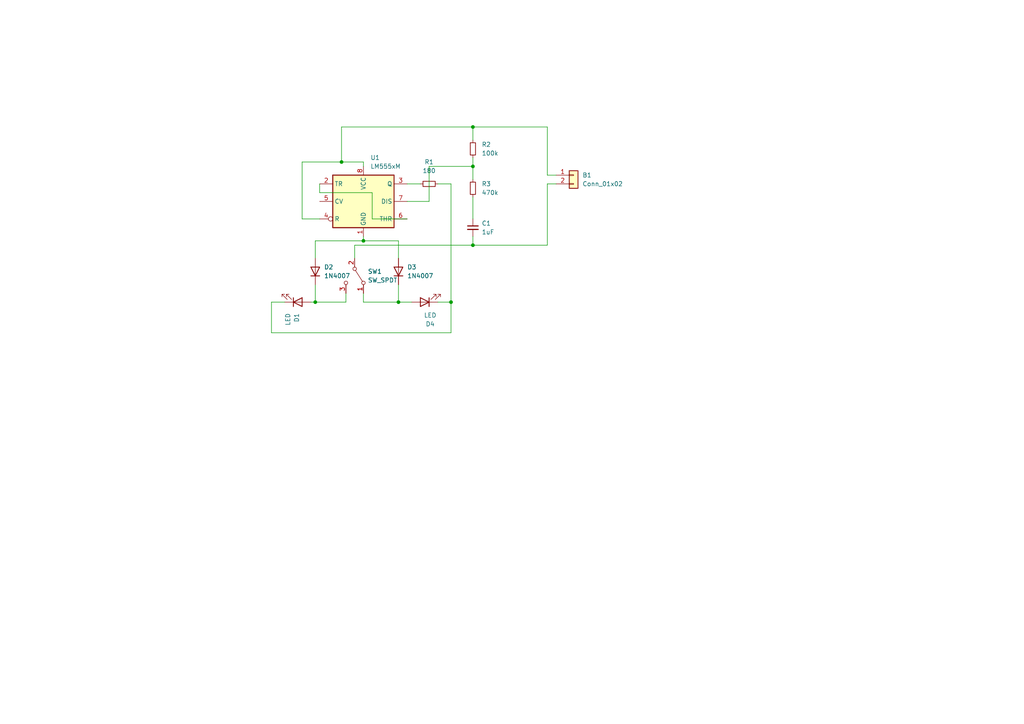
<source format=kicad_sch>
(kicad_sch (version 20211123) (generator eeschema)

  (uuid 9538e4ed-27e6-4c37-b989-9859dc0d49e8)

  (paper "A4")

  (lib_symbols
    (symbol "Connector_Generic:Conn_01x02" (pin_names (offset 1.016) hide) (in_bom yes) (on_board yes)
      (property "Reference" "J" (id 0) (at 0 2.54 0)
        (effects (font (size 1.27 1.27)))
      )
      (property "Value" "Conn_01x02" (id 1) (at 0 -5.08 0)
        (effects (font (size 1.27 1.27)))
      )
      (property "Footprint" "" (id 2) (at 0 0 0)
        (effects (font (size 1.27 1.27)) hide)
      )
      (property "Datasheet" "~" (id 3) (at 0 0 0)
        (effects (font (size 1.27 1.27)) hide)
      )
      (property "ki_keywords" "connector" (id 4) (at 0 0 0)
        (effects (font (size 1.27 1.27)) hide)
      )
      (property "ki_description" "Generic connector, single row, 01x02, script generated (kicad-library-utils/schlib/autogen/connector/)" (id 5) (at 0 0 0)
        (effects (font (size 1.27 1.27)) hide)
      )
      (property "ki_fp_filters" "Connector*:*_1x??_*" (id 6) (at 0 0 0)
        (effects (font (size 1.27 1.27)) hide)
      )
      (symbol "Conn_01x02_1_1"
        (rectangle (start -1.27 -2.413) (end 0 -2.667)
          (stroke (width 0.1524) (type default) (color 0 0 0 0))
          (fill (type none))
        )
        (rectangle (start -1.27 0.127) (end 0 -0.127)
          (stroke (width 0.1524) (type default) (color 0 0 0 0))
          (fill (type none))
        )
        (rectangle (start -1.27 1.27) (end 1.27 -3.81)
          (stroke (width 0.254) (type default) (color 0 0 0 0))
          (fill (type background))
        )
        (pin passive line (at -5.08 0 0) (length 3.81)
          (name "Pin_1" (effects (font (size 1.27 1.27))))
          (number "1" (effects (font (size 1.27 1.27))))
        )
        (pin passive line (at -5.08 -2.54 0) (length 3.81)
          (name "Pin_2" (effects (font (size 1.27 1.27))))
          (number "2" (effects (font (size 1.27 1.27))))
        )
      )
    )
    (symbol "Device:C_Small" (pin_numbers hide) (pin_names (offset 0.254) hide) (in_bom yes) (on_board yes)
      (property "Reference" "C" (id 0) (at 0.254 1.778 0)
        (effects (font (size 1.27 1.27)) (justify left))
      )
      (property "Value" "C_Small" (id 1) (at 0.254 -2.032 0)
        (effects (font (size 1.27 1.27)) (justify left))
      )
      (property "Footprint" "" (id 2) (at 0 0 0)
        (effects (font (size 1.27 1.27)) hide)
      )
      (property "Datasheet" "~" (id 3) (at 0 0 0)
        (effects (font (size 1.27 1.27)) hide)
      )
      (property "ki_keywords" "capacitor cap" (id 4) (at 0 0 0)
        (effects (font (size 1.27 1.27)) hide)
      )
      (property "ki_description" "Unpolarized capacitor, small symbol" (id 5) (at 0 0 0)
        (effects (font (size 1.27 1.27)) hide)
      )
      (property "ki_fp_filters" "C_*" (id 6) (at 0 0 0)
        (effects (font (size 1.27 1.27)) hide)
      )
      (symbol "C_Small_0_1"
        (polyline
          (pts
            (xy -1.524 -0.508)
            (xy 1.524 -0.508)
          )
          (stroke (width 0.3302) (type default) (color 0 0 0 0))
          (fill (type none))
        )
        (polyline
          (pts
            (xy -1.524 0.508)
            (xy 1.524 0.508)
          )
          (stroke (width 0.3048) (type default) (color 0 0 0 0))
          (fill (type none))
        )
      )
      (symbol "C_Small_1_1"
        (pin passive line (at 0 2.54 270) (length 2.032)
          (name "~" (effects (font (size 1.27 1.27))))
          (number "1" (effects (font (size 1.27 1.27))))
        )
        (pin passive line (at 0 -2.54 90) (length 2.032)
          (name "~" (effects (font (size 1.27 1.27))))
          (number "2" (effects (font (size 1.27 1.27))))
        )
      )
    )
    (symbol "Device:LED" (pin_numbers hide) (pin_names (offset 1.016) hide) (in_bom yes) (on_board yes)
      (property "Reference" "D" (id 0) (at 0 2.54 0)
        (effects (font (size 1.27 1.27)))
      )
      (property "Value" "LED" (id 1) (at 0 -2.54 0)
        (effects (font (size 1.27 1.27)))
      )
      (property "Footprint" "" (id 2) (at 0 0 0)
        (effects (font (size 1.27 1.27)) hide)
      )
      (property "Datasheet" "~" (id 3) (at 0 0 0)
        (effects (font (size 1.27 1.27)) hide)
      )
      (property "ki_keywords" "LED diode" (id 4) (at 0 0 0)
        (effects (font (size 1.27 1.27)) hide)
      )
      (property "ki_description" "Light emitting diode" (id 5) (at 0 0 0)
        (effects (font (size 1.27 1.27)) hide)
      )
      (property "ki_fp_filters" "LED* LED_SMD:* LED_THT:*" (id 6) (at 0 0 0)
        (effects (font (size 1.27 1.27)) hide)
      )
      (symbol "LED_0_1"
        (polyline
          (pts
            (xy -1.27 -1.27)
            (xy -1.27 1.27)
          )
          (stroke (width 0.254) (type default) (color 0 0 0 0))
          (fill (type none))
        )
        (polyline
          (pts
            (xy -1.27 0)
            (xy 1.27 0)
          )
          (stroke (width 0) (type default) (color 0 0 0 0))
          (fill (type none))
        )
        (polyline
          (pts
            (xy 1.27 -1.27)
            (xy 1.27 1.27)
            (xy -1.27 0)
            (xy 1.27 -1.27)
          )
          (stroke (width 0.254) (type default) (color 0 0 0 0))
          (fill (type none))
        )
        (polyline
          (pts
            (xy -3.048 -0.762)
            (xy -4.572 -2.286)
            (xy -3.81 -2.286)
            (xy -4.572 -2.286)
            (xy -4.572 -1.524)
          )
          (stroke (width 0) (type default) (color 0 0 0 0))
          (fill (type none))
        )
        (polyline
          (pts
            (xy -1.778 -0.762)
            (xy -3.302 -2.286)
            (xy -2.54 -2.286)
            (xy -3.302 -2.286)
            (xy -3.302 -1.524)
          )
          (stroke (width 0) (type default) (color 0 0 0 0))
          (fill (type none))
        )
      )
      (symbol "LED_1_1"
        (pin passive line (at -3.81 0 0) (length 2.54)
          (name "K" (effects (font (size 1.27 1.27))))
          (number "1" (effects (font (size 1.27 1.27))))
        )
        (pin passive line (at 3.81 0 180) (length 2.54)
          (name "A" (effects (font (size 1.27 1.27))))
          (number "2" (effects (font (size 1.27 1.27))))
        )
      )
    )
    (symbol "Device:R_Small" (pin_numbers hide) (pin_names (offset 0.254) hide) (in_bom yes) (on_board yes)
      (property "Reference" "R" (id 0) (at 0.762 0.508 0)
        (effects (font (size 1.27 1.27)) (justify left))
      )
      (property "Value" "R_Small" (id 1) (at 0.762 -1.016 0)
        (effects (font (size 1.27 1.27)) (justify left))
      )
      (property "Footprint" "" (id 2) (at 0 0 0)
        (effects (font (size 1.27 1.27)) hide)
      )
      (property "Datasheet" "~" (id 3) (at 0 0 0)
        (effects (font (size 1.27 1.27)) hide)
      )
      (property "ki_keywords" "R resistor" (id 4) (at 0 0 0)
        (effects (font (size 1.27 1.27)) hide)
      )
      (property "ki_description" "Resistor, small symbol" (id 5) (at 0 0 0)
        (effects (font (size 1.27 1.27)) hide)
      )
      (property "ki_fp_filters" "R_*" (id 6) (at 0 0 0)
        (effects (font (size 1.27 1.27)) hide)
      )
      (symbol "R_Small_0_1"
        (rectangle (start -0.762 1.778) (end 0.762 -1.778)
          (stroke (width 0.2032) (type default) (color 0 0 0 0))
          (fill (type none))
        )
      )
      (symbol "R_Small_1_1"
        (pin passive line (at 0 2.54 270) (length 0.762)
          (name "~" (effects (font (size 1.27 1.27))))
          (number "1" (effects (font (size 1.27 1.27))))
        )
        (pin passive line (at 0 -2.54 90) (length 0.762)
          (name "~" (effects (font (size 1.27 1.27))))
          (number "2" (effects (font (size 1.27 1.27))))
        )
      )
    )
    (symbol "Diode:1N4007" (pin_numbers hide) (pin_names (offset 1.016) hide) (in_bom yes) (on_board yes)
      (property "Reference" "D" (id 0) (at 0 2.54 0)
        (effects (font (size 1.27 1.27)))
      )
      (property "Value" "1N4007" (id 1) (at 0 -2.54 0)
        (effects (font (size 1.27 1.27)))
      )
      (property "Footprint" "Diode_THT:D_DO-41_SOD81_P10.16mm_Horizontal" (id 2) (at 0 -4.445 0)
        (effects (font (size 1.27 1.27)) hide)
      )
      (property "Datasheet" "http://www.vishay.com/docs/88503/1n4001.pdf" (id 3) (at 0 0 0)
        (effects (font (size 1.27 1.27)) hide)
      )
      (property "ki_keywords" "diode" (id 4) (at 0 0 0)
        (effects (font (size 1.27 1.27)) hide)
      )
      (property "ki_description" "1000V 1A General Purpose Rectifier Diode, DO-41" (id 5) (at 0 0 0)
        (effects (font (size 1.27 1.27)) hide)
      )
      (property "ki_fp_filters" "D*DO?41*" (id 6) (at 0 0 0)
        (effects (font (size 1.27 1.27)) hide)
      )
      (symbol "1N4007_0_1"
        (polyline
          (pts
            (xy -1.27 1.27)
            (xy -1.27 -1.27)
          )
          (stroke (width 0.254) (type default) (color 0 0 0 0))
          (fill (type none))
        )
        (polyline
          (pts
            (xy 1.27 0)
            (xy -1.27 0)
          )
          (stroke (width 0) (type default) (color 0 0 0 0))
          (fill (type none))
        )
        (polyline
          (pts
            (xy 1.27 1.27)
            (xy 1.27 -1.27)
            (xy -1.27 0)
            (xy 1.27 1.27)
          )
          (stroke (width 0.254) (type default) (color 0 0 0 0))
          (fill (type none))
        )
      )
      (symbol "1N4007_1_1"
        (pin passive line (at -3.81 0 0) (length 2.54)
          (name "K" (effects (font (size 1.27 1.27))))
          (number "1" (effects (font (size 1.27 1.27))))
        )
        (pin passive line (at 3.81 0 180) (length 2.54)
          (name "A" (effects (font (size 1.27 1.27))))
          (number "2" (effects (font (size 1.27 1.27))))
        )
      )
    )
    (symbol "Switch:SW_SPDT" (pin_names (offset 0) hide) (in_bom yes) (on_board yes)
      (property "Reference" "SW" (id 0) (at 0 4.318 0)
        (effects (font (size 1.27 1.27)))
      )
      (property "Value" "SW_SPDT" (id 1) (at 0 -5.08 0)
        (effects (font (size 1.27 1.27)))
      )
      (property "Footprint" "" (id 2) (at 0 0 0)
        (effects (font (size 1.27 1.27)) hide)
      )
      (property "Datasheet" "~" (id 3) (at 0 0 0)
        (effects (font (size 1.27 1.27)) hide)
      )
      (property "ki_keywords" "switch single-pole double-throw spdt ON-ON" (id 4) (at 0 0 0)
        (effects (font (size 1.27 1.27)) hide)
      )
      (property "ki_description" "Switch, single pole double throw" (id 5) (at 0 0 0)
        (effects (font (size 1.27 1.27)) hide)
      )
      (symbol "SW_SPDT_0_0"
        (circle (center -2.032 0) (radius 0.508)
          (stroke (width 0) (type default) (color 0 0 0 0))
          (fill (type none))
        )
        (circle (center 2.032 -2.54) (radius 0.508)
          (stroke (width 0) (type default) (color 0 0 0 0))
          (fill (type none))
        )
      )
      (symbol "SW_SPDT_0_1"
        (polyline
          (pts
            (xy -1.524 0.254)
            (xy 1.651 2.286)
          )
          (stroke (width 0) (type default) (color 0 0 0 0))
          (fill (type none))
        )
        (circle (center 2.032 2.54) (radius 0.508)
          (stroke (width 0) (type default) (color 0 0 0 0))
          (fill (type none))
        )
      )
      (symbol "SW_SPDT_1_1"
        (pin passive line (at 5.08 2.54 180) (length 2.54)
          (name "A" (effects (font (size 1.27 1.27))))
          (number "1" (effects (font (size 1.27 1.27))))
        )
        (pin passive line (at -5.08 0 0) (length 2.54)
          (name "B" (effects (font (size 1.27 1.27))))
          (number "2" (effects (font (size 1.27 1.27))))
        )
        (pin passive line (at 5.08 -2.54 180) (length 2.54)
          (name "C" (effects (font (size 1.27 1.27))))
          (number "3" (effects (font (size 1.27 1.27))))
        )
      )
    )
    (symbol "Timer:LM555xM" (in_bom yes) (on_board yes)
      (property "Reference" "U" (id 0) (at -10.16 8.89 0)
        (effects (font (size 1.27 1.27)) (justify left))
      )
      (property "Value" "LM555xM" (id 1) (at 2.54 8.89 0)
        (effects (font (size 1.27 1.27)) (justify left))
      )
      (property "Footprint" "Package_SO:SOIC-8_3.9x4.9mm_P1.27mm" (id 2) (at 21.59 -10.16 0)
        (effects (font (size 1.27 1.27)) hide)
      )
      (property "Datasheet" "http://www.ti.com/lit/ds/symlink/lm555.pdf" (id 3) (at 21.59 -10.16 0)
        (effects (font (size 1.27 1.27)) hide)
      )
      (property "ki_keywords" "single timer 555" (id 4) (at 0 0 0)
        (effects (font (size 1.27 1.27)) hide)
      )
      (property "ki_description" "Timer, 555 compatible, SOIC-8" (id 5) (at 0 0 0)
        (effects (font (size 1.27 1.27)) hide)
      )
      (property "ki_fp_filters" "SOIC*3.9x4.9mm*P1.27mm*" (id 6) (at 0 0 0)
        (effects (font (size 1.27 1.27)) hide)
      )
      (symbol "LM555xM_0_0"
        (pin power_in line (at 0 -10.16 90) (length 2.54)
          (name "GND" (effects (font (size 1.27 1.27))))
          (number "1" (effects (font (size 1.27 1.27))))
        )
        (pin power_in line (at 0 10.16 270) (length 2.54)
          (name "VCC" (effects (font (size 1.27 1.27))))
          (number "8" (effects (font (size 1.27 1.27))))
        )
      )
      (symbol "LM555xM_0_1"
        (rectangle (start -8.89 -7.62) (end 8.89 7.62)
          (stroke (width 0.254) (type default) (color 0 0 0 0))
          (fill (type background))
        )
        (rectangle (start -8.89 -7.62) (end 8.89 7.62)
          (stroke (width 0.254) (type default) (color 0 0 0 0))
          (fill (type background))
        )
      )
      (symbol "LM555xM_1_1"
        (pin input line (at -12.7 5.08 0) (length 3.81)
          (name "TR" (effects (font (size 1.27 1.27))))
          (number "2" (effects (font (size 1.27 1.27))))
        )
        (pin output line (at 12.7 5.08 180) (length 3.81)
          (name "Q" (effects (font (size 1.27 1.27))))
          (number "3" (effects (font (size 1.27 1.27))))
        )
        (pin input inverted (at -12.7 -5.08 0) (length 3.81)
          (name "R" (effects (font (size 1.27 1.27))))
          (number "4" (effects (font (size 1.27 1.27))))
        )
        (pin input line (at -12.7 0 0) (length 3.81)
          (name "CV" (effects (font (size 1.27 1.27))))
          (number "5" (effects (font (size 1.27 1.27))))
        )
        (pin input line (at 12.7 -5.08 180) (length 3.81)
          (name "THR" (effects (font (size 1.27 1.27))))
          (number "6" (effects (font (size 1.27 1.27))))
        )
        (pin input line (at 12.7 0 180) (length 3.81)
          (name "DIS" (effects (font (size 1.27 1.27))))
          (number "7" (effects (font (size 1.27 1.27))))
        )
      )
    )
  )

  (junction (at 137.16 48.26) (diameter 0) (color 0 0 0 0)
    (uuid 0a4099cc-e661-40b7-ab26-63fe733ade39)
  )
  (junction (at 137.16 71.12) (diameter 0) (color 0 0 0 0)
    (uuid 0c31a038-9e1a-4882-950a-c91d66fc784a)
  )
  (junction (at 105.41 69.85) (diameter 0) (color 0 0 0 0)
    (uuid 11331c48-bec8-4679-8ee0-bd52be32de5e)
  )
  (junction (at 99.06 46.99) (diameter 0) (color 0 0 0 0)
    (uuid 226fb131-d5d6-423d-984e-8e9d9766e8c7)
  )
  (junction (at 91.44 87.63) (diameter 0) (color 0 0 0 0)
    (uuid 260e00dd-7c03-4686-99f6-05bf8206d2b4)
  )
  (junction (at 137.16 36.83) (diameter 0) (color 0 0 0 0)
    (uuid 33ae1a74-6195-4ef5-8be4-8cf5f8feeb7a)
  )
  (junction (at 130.81 87.63) (diameter 0) (color 0 0 0 0)
    (uuid 81eeb150-1ebf-4432-8e74-eb3b5bb997c9)
  )
  (junction (at 115.57 87.63) (diameter 0) (color 0 0 0 0)
    (uuid 9b02cda1-68d7-4cac-945b-281f04f45f82)
  )

  (wire (pts (xy 105.41 87.63) (xy 115.57 87.63))
    (stroke (width 0) (type default) (color 0 0 0 0))
    (uuid 010a4115-91a9-4d56-812b-b13726805ef6)
  )
  (wire (pts (xy 92.71 55.88) (xy 107.95 55.88))
    (stroke (width 0) (type default) (color 0 0 0 0))
    (uuid 074c9822-c2b9-49b0-afb8-1629e6e80f62)
  )
  (wire (pts (xy 100.33 85.09) (xy 100.33 87.63))
    (stroke (width 0) (type default) (color 0 0 0 0))
    (uuid 0a1601f2-92ff-41eb-9e21-b4d9247d1707)
  )
  (wire (pts (xy 99.06 36.83) (xy 99.06 46.99))
    (stroke (width 0) (type default) (color 0 0 0 0))
    (uuid 0addfad8-0260-4de4-8a7e-0b5b0587527c)
  )
  (wire (pts (xy 127 53.34) (xy 130.81 53.34))
    (stroke (width 0) (type default) (color 0 0 0 0))
    (uuid 0ff2d1fc-6d4e-4567-8f28-5f71f892f015)
  )
  (wire (pts (xy 137.16 68.58) (xy 137.16 71.12))
    (stroke (width 0) (type default) (color 0 0 0 0))
    (uuid 1027a041-88b2-4c89-a66a-fd659aaee689)
  )
  (wire (pts (xy 137.16 36.83) (xy 99.06 36.83))
    (stroke (width 0) (type default) (color 0 0 0 0))
    (uuid 10aa3f8b-d2de-416c-a184-c8721384aeb0)
  )
  (wire (pts (xy 78.74 96.52) (xy 78.74 87.63))
    (stroke (width 0) (type default) (color 0 0 0 0))
    (uuid 11fe14ea-1d18-4a55-b94a-8dd91a36b971)
  )
  (wire (pts (xy 92.71 63.5) (xy 87.63 63.5))
    (stroke (width 0) (type default) (color 0 0 0 0))
    (uuid 13adea41-02a1-46df-8fef-145dc2a01ca1)
  )
  (wire (pts (xy 87.63 46.99) (xy 99.06 46.99))
    (stroke (width 0) (type default) (color 0 0 0 0))
    (uuid 144afb42-6fc7-4238-8ac7-fa2ec85af7d6)
  )
  (wire (pts (xy 91.44 69.85) (xy 105.41 69.85))
    (stroke (width 0) (type default) (color 0 0 0 0))
    (uuid 223a43d3-49fb-40ad-8ab7-d79f3136a2f5)
  )
  (wire (pts (xy 99.06 46.99) (xy 105.41 46.99))
    (stroke (width 0) (type default) (color 0 0 0 0))
    (uuid 28040fec-32cd-4713-90a2-7217bce1cc0c)
  )
  (wire (pts (xy 91.44 74.93) (xy 91.44 69.85))
    (stroke (width 0) (type default) (color 0 0 0 0))
    (uuid 2d0ba558-769a-4058-95d9-491bdaa2eba4)
  )
  (wire (pts (xy 105.41 85.09) (xy 105.41 87.63))
    (stroke (width 0) (type default) (color 0 0 0 0))
    (uuid 342e7b8b-1e38-4f37-b254-d985a1c1d7d4)
  )
  (wire (pts (xy 78.74 87.63) (xy 82.55 87.63))
    (stroke (width 0) (type default) (color 0 0 0 0))
    (uuid 3f5913b9-484e-4180-a85e-d65bff18c184)
  )
  (wire (pts (xy 87.63 63.5) (xy 87.63 46.99))
    (stroke (width 0) (type default) (color 0 0 0 0))
    (uuid 45840206-8a82-45da-a727-2f02364f9626)
  )
  (wire (pts (xy 92.71 53.34) (xy 92.71 55.88))
    (stroke (width 0) (type default) (color 0 0 0 0))
    (uuid 4634acab-e67d-432f-802a-efbf274c3821)
  )
  (wire (pts (xy 137.16 45.72) (xy 137.16 48.26))
    (stroke (width 0) (type default) (color 0 0 0 0))
    (uuid 4b55653e-0662-4179-a2f1-965dbf409f71)
  )
  (wire (pts (xy 102.87 74.93) (xy 102.87 71.12))
    (stroke (width 0) (type default) (color 0 0 0 0))
    (uuid 4ec2fa56-f53c-4ac2-9413-de1a248a341f)
  )
  (wire (pts (xy 115.57 87.63) (xy 119.38 87.63))
    (stroke (width 0) (type default) (color 0 0 0 0))
    (uuid 53e62bb7-f2d5-4def-a53e-dd74b4a1f94b)
  )
  (wire (pts (xy 158.75 50.8) (xy 161.29 50.8))
    (stroke (width 0) (type default) (color 0 0 0 0))
    (uuid 53eaae9b-e07a-4bc1-8eb9-88ea96a784e3)
  )
  (wire (pts (xy 137.16 40.64) (xy 137.16 36.83))
    (stroke (width 0) (type default) (color 0 0 0 0))
    (uuid 55a82a75-6f20-4207-85b3-61ac0172d43e)
  )
  (wire (pts (xy 137.16 57.15) (xy 137.16 63.5))
    (stroke (width 0) (type default) (color 0 0 0 0))
    (uuid 57b8d8e5-c15a-42eb-a42a-37f1b1e829cb)
  )
  (wire (pts (xy 115.57 82.55) (xy 115.57 87.63))
    (stroke (width 0) (type default) (color 0 0 0 0))
    (uuid 59424b95-19b9-4b71-b238-59a22a8b8533)
  )
  (wire (pts (xy 115.57 74.93) (xy 115.57 69.85))
    (stroke (width 0) (type default) (color 0 0 0 0))
    (uuid 5dbe69d3-44fe-41c0-a894-cb10994e0575)
  )
  (wire (pts (xy 118.11 53.34) (xy 121.92 53.34))
    (stroke (width 0) (type default) (color 0 0 0 0))
    (uuid 604dc424-6816-4f85-99ea-ebea6374f76f)
  )
  (wire (pts (xy 137.16 36.83) (xy 158.75 36.83))
    (stroke (width 0) (type default) (color 0 0 0 0))
    (uuid 60a81452-b02f-4115-b77f-3d2e40f94164)
  )
  (wire (pts (xy 115.57 69.85) (xy 105.41 69.85))
    (stroke (width 0) (type default) (color 0 0 0 0))
    (uuid 6b308d53-886f-4462-b529-1384c2c76ea0)
  )
  (wire (pts (xy 137.16 48.26) (xy 137.16 52.07))
    (stroke (width 0) (type default) (color 0 0 0 0))
    (uuid 75a72dcb-6027-4d3d-92f5-dc9cdfaa2a35)
  )
  (wire (pts (xy 91.44 82.55) (xy 91.44 87.63))
    (stroke (width 0) (type default) (color 0 0 0 0))
    (uuid 804c1935-4806-480c-a763-4678110938be)
  )
  (wire (pts (xy 130.81 87.63) (xy 127 87.63))
    (stroke (width 0) (type default) (color 0 0 0 0))
    (uuid 8c285bab-5a2c-4fce-ab85-66eb609c60fa)
  )
  (wire (pts (xy 105.41 46.99) (xy 105.41 48.26))
    (stroke (width 0) (type default) (color 0 0 0 0))
    (uuid 9324ee3c-9b4c-4434-8ca9-3f11a8095fb9)
  )
  (wire (pts (xy 102.87 71.12) (xy 137.16 71.12))
    (stroke (width 0) (type default) (color 0 0 0 0))
    (uuid 936f010a-160e-489f-8cfc-f8a42845ed4b)
  )
  (wire (pts (xy 161.29 53.34) (xy 158.75 53.34))
    (stroke (width 0) (type default) (color 0 0 0 0))
    (uuid 9665e3ce-7d57-4a66-88d4-577006341c64)
  )
  (wire (pts (xy 130.81 87.63) (xy 130.81 96.52))
    (stroke (width 0) (type default) (color 0 0 0 0))
    (uuid 9916f7f4-9055-4101-aa79-9dd36cc603b5)
  )
  (wire (pts (xy 130.81 96.52) (xy 78.74 96.52))
    (stroke (width 0) (type default) (color 0 0 0 0))
    (uuid 9d8d4559-81f3-437f-8486-81f999e11c62)
  )
  (wire (pts (xy 130.81 53.34) (xy 130.81 87.63))
    (stroke (width 0) (type default) (color 0 0 0 0))
    (uuid a7cbb908-ca98-4119-a2b8-7333293bc6ca)
  )
  (wire (pts (xy 118.11 58.42) (xy 124.46 58.42))
    (stroke (width 0) (type default) (color 0 0 0 0))
    (uuid b1d82991-211a-4480-83b0-27be82d7bdf0)
  )
  (wire (pts (xy 158.75 53.34) (xy 158.75 71.12))
    (stroke (width 0) (type default) (color 0 0 0 0))
    (uuid b2e02d33-f3cd-4566-86ee-945079abb8ec)
  )
  (wire (pts (xy 158.75 36.83) (xy 158.75 50.8))
    (stroke (width 0) (type default) (color 0 0 0 0))
    (uuid b902170c-fe31-4581-ae95-007f6338c1c8)
  )
  (wire (pts (xy 107.95 55.88) (xy 107.95 63.5))
    (stroke (width 0) (type default) (color 0 0 0 0))
    (uuid bb4cda43-c5fa-488d-92c8-1767a0e40e85)
  )
  (wire (pts (xy 137.16 71.12) (xy 158.75 71.12))
    (stroke (width 0) (type default) (color 0 0 0 0))
    (uuid bc958809-36c7-4ee5-b9a6-4f15ee2cc899)
  )
  (wire (pts (xy 124.46 58.42) (xy 124.46 48.26))
    (stroke (width 0) (type default) (color 0 0 0 0))
    (uuid c4c86620-a151-4376-9c32-ae8f89eb1dc1)
  )
  (wire (pts (xy 107.95 63.5) (xy 118.11 63.5))
    (stroke (width 0) (type default) (color 0 0 0 0))
    (uuid ded00d07-55c6-4807-ac54-638d1cefbb19)
  )
  (wire (pts (xy 124.46 48.26) (xy 137.16 48.26))
    (stroke (width 0) (type default) (color 0 0 0 0))
    (uuid e20410af-0019-4de4-b97e-621d788434d1)
  )
  (wire (pts (xy 105.41 69.85) (xy 105.41 68.58))
    (stroke (width 0) (type default) (color 0 0 0 0))
    (uuid e30badc8-2d03-4d93-b371-6afcd0c13097)
  )
  (wire (pts (xy 91.44 87.63) (xy 100.33 87.63))
    (stroke (width 0) (type default) (color 0 0 0 0))
    (uuid eb480717-53ef-4c2f-bae6-225fe2592ca6)
  )
  (wire (pts (xy 90.17 87.63) (xy 91.44 87.63))
    (stroke (width 0) (type default) (color 0 0 0 0))
    (uuid fd086a8a-f7d1-4f99-83dd-9fafab436867)
  )

  (symbol (lib_id "Connector_Generic:Conn_01x02") (at 166.37 50.8 0) (unit 1)
    (in_bom yes) (on_board yes) (fields_autoplaced)
    (uuid 10215979-2023-4c7f-9411-762c348e47a2)
    (property "Reference" "B1" (id 0) (at 168.91 50.7999 0)
      (effects (font (size 1.27 1.27)) (justify left))
    )
    (property "Value" "Conn_01x02" (id 1) (at 168.91 53.3399 0)
      (effects (font (size 1.27 1.27)) (justify left))
    )
    (property "Footprint" "" (id 2) (at 166.37 50.8 0)
      (effects (font (size 1.27 1.27)) hide)
    )
    (property "Datasheet" "~" (id 3) (at 166.37 50.8 0)
      (effects (font (size 1.27 1.27)) hide)
    )
    (pin "1" (uuid 6efbc32d-f062-46c0-b747-15674d8728b3))
    (pin "2" (uuid 2cf1510a-39b4-435d-a5d3-1658af7a0b59))
  )

  (symbol (lib_id "Timer:LM555xM") (at 105.41 58.42 0) (unit 1)
    (in_bom yes) (on_board yes) (fields_autoplaced)
    (uuid 1a185e95-77fc-4465-b4d0-afb7eb3ad8ae)
    (property "Reference" "U1" (id 0) (at 107.4294 45.72 0)
      (effects (font (size 1.27 1.27)) (justify left))
    )
    (property "Value" "LM555xM" (id 1) (at 107.4294 48.26 0)
      (effects (font (size 1.27 1.27)) (justify left))
    )
    (property "Footprint" "" (id 2) (at 127 68.58 0)
      (effects (font (size 1.27 1.27)) hide)
    )
    (property "Datasheet" "http://www.ti.com/lit/ds/symlink/lm555.pdf" (id 3) (at 127 68.58 0)
      (effects (font (size 1.27 1.27)) hide)
    )
    (pin "1" (uuid b920caad-2f3f-4582-aa68-8321cfff405e))
    (pin "8" (uuid d2c01c6e-07b2-4f79-8fdf-b90a371ff415))
    (pin "2" (uuid 5714efe6-d46e-4578-9372-6eb4828853cc))
    (pin "3" (uuid 9f1ebb24-5efe-4851-adb4-96bc4fdd4439))
    (pin "4" (uuid 41552278-8be9-4da3-a549-88e25d7b06be))
    (pin "5" (uuid e32e7c64-dbda-497a-806a-c8d4dfd3b935))
    (pin "6" (uuid 49f10b21-98c9-4aed-824b-8c0bdccd36ee))
    (pin "7" (uuid af503b27-39dd-4ac6-8b38-1bcf556b39e1))
  )

  (symbol (lib_id "Device:R_Small") (at 137.16 54.61 0) (unit 1)
    (in_bom yes) (on_board yes) (fields_autoplaced)
    (uuid 37b1a099-2f72-400f-a581-af5a960c7a88)
    (property "Reference" "R3" (id 0) (at 139.7 53.3399 0)
      (effects (font (size 1.27 1.27)) (justify left))
    )
    (property "Value" "470k" (id 1) (at 139.7 55.8799 0)
      (effects (font (size 1.27 1.27)) (justify left))
    )
    (property "Footprint" "" (id 2) (at 137.16 54.61 0)
      (effects (font (size 1.27 1.27)) hide)
    )
    (property "Datasheet" "~" (id 3) (at 137.16 54.61 0)
      (effects (font (size 1.27 1.27)) hide)
    )
    (pin "1" (uuid 5104efc5-15a9-4e3b-8e71-5a3c82d14692))
    (pin "2" (uuid 73e2ed7f-7907-4516-a34a-cbd5c8db4add))
  )

  (symbol (lib_id "Diode:1N4007") (at 115.57 78.74 90) (unit 1)
    (in_bom yes) (on_board yes) (fields_autoplaced)
    (uuid 75620cfa-942a-44e9-b169-6e75a1f44847)
    (property "Reference" "D3" (id 0) (at 118.11 77.4699 90)
      (effects (font (size 1.27 1.27)) (justify right))
    )
    (property "Value" "1N4007" (id 1) (at 118.11 80.0099 90)
      (effects (font (size 1.27 1.27)) (justify right))
    )
    (property "Footprint" "" (id 2) (at 120.015 78.74 0)
      (effects (font (size 1.27 1.27)) hide)
    )
    (property "Datasheet" "http://www.vishay.com/docs/88503/1n4001.pdf" (id 3) (at 115.57 78.74 0)
      (effects (font (size 1.27 1.27)) hide)
    )
    (pin "1" (uuid 82cef259-9dd0-43ea-9ad2-d4e5547a5601))
    (pin "2" (uuid fa79562d-b820-49da-a16d-85aa2f9928c2))
  )

  (symbol (lib_id "Diode:1N4007") (at 91.44 78.74 90) (unit 1)
    (in_bom yes) (on_board yes) (fields_autoplaced)
    (uuid 8357091e-9888-4514-bbb0-9fdaa108c9ed)
    (property "Reference" "D2" (id 0) (at 93.98 77.4699 90)
      (effects (font (size 1.27 1.27)) (justify right))
    )
    (property "Value" "1N4007" (id 1) (at 93.98 80.0099 90)
      (effects (font (size 1.27 1.27)) (justify right))
    )
    (property "Footprint" "" (id 2) (at 95.885 78.74 0)
      (effects (font (size 1.27 1.27)) hide)
    )
    (property "Datasheet" "http://www.vishay.com/docs/88503/1n4001.pdf" (id 3) (at 91.44 78.74 0)
      (effects (font (size 1.27 1.27)) hide)
    )
    (pin "1" (uuid 09273a57-c018-4c95-bf56-6a72d760eb6e))
    (pin "2" (uuid 08186541-8903-4351-8fc0-152277603d40))
  )

  (symbol (lib_id "Device:R_Small") (at 137.16 43.18 0) (unit 1)
    (in_bom yes) (on_board yes) (fields_autoplaced)
    (uuid 909ec4e1-d994-427a-a4ac-fb5373667d7b)
    (property "Reference" "R2" (id 0) (at 139.7 41.9099 0)
      (effects (font (size 1.27 1.27)) (justify left))
    )
    (property "Value" "100k" (id 1) (at 139.7 44.4499 0)
      (effects (font (size 1.27 1.27)) (justify left))
    )
    (property "Footprint" "" (id 2) (at 137.16 43.18 0)
      (effects (font (size 1.27 1.27)) hide)
    )
    (property "Datasheet" "~" (id 3) (at 137.16 43.18 0)
      (effects (font (size 1.27 1.27)) hide)
    )
    (pin "1" (uuid 854ab88f-921a-4a4e-83e7-0c8c90e99c0f))
    (pin "2" (uuid a201ff57-cad7-458a-8183-d4bffde9dc44))
  )

  (symbol (lib_id "Device:LED") (at 86.36 87.63 0) (mirror x) (unit 1)
    (in_bom yes) (on_board yes) (fields_autoplaced)
    (uuid a2bf5aa6-3b98-43da-bedf-12f0da52340d)
    (property "Reference" "D1" (id 0) (at 86.0426 90.805 90)
      (effects (font (size 1.27 1.27)) (justify left))
    )
    (property "Value" "LED" (id 1) (at 83.5026 90.805 90)
      (effects (font (size 1.27 1.27)) (justify left))
    )
    (property "Footprint" "" (id 2) (at 86.36 87.63 0)
      (effects (font (size 1.27 1.27)) hide)
    )
    (property "Datasheet" "~" (id 3) (at 86.36 87.63 0)
      (effects (font (size 1.27 1.27)) hide)
    )
    (pin "1" (uuid 2eea1359-9299-45fc-bae4-6b0ac51f87ac))
    (pin "2" (uuid e665b44e-2b54-4463-bc0e-fce8bfefbd88))
  )

  (symbol (lib_id "Device:R_Small") (at 124.46 53.34 90) (unit 1)
    (in_bom yes) (on_board yes) (fields_autoplaced)
    (uuid ad928034-ec59-4699-9f88-451f55bd2e31)
    (property "Reference" "R1" (id 0) (at 124.46 46.99 90))
    (property "Value" "180" (id 1) (at 124.46 49.53 90))
    (property "Footprint" "" (id 2) (at 124.46 53.34 0)
      (effects (font (size 1.27 1.27)) hide)
    )
    (property "Datasheet" "~" (id 3) (at 124.46 53.34 0)
      (effects (font (size 1.27 1.27)) hide)
    )
    (pin "1" (uuid d0eb65e1-0cdc-4ec3-841c-a1d0330c0ee0))
    (pin "2" (uuid 5c951d22-4f83-474a-bab5-ace0bbb3ed52))
  )

  (symbol (lib_id "Device:C_Small") (at 137.16 66.04 0) (unit 1)
    (in_bom yes) (on_board yes) (fields_autoplaced)
    (uuid af1f0278-d1de-432d-8bf9-4159b5aac096)
    (property "Reference" "C1" (id 0) (at 139.7 64.7762 0)
      (effects (font (size 1.27 1.27)) (justify left))
    )
    (property "Value" "1uF" (id 1) (at 139.7 67.3162 0)
      (effects (font (size 1.27 1.27)) (justify left))
    )
    (property "Footprint" "" (id 2) (at 137.16 66.04 0)
      (effects (font (size 1.27 1.27)) hide)
    )
    (property "Datasheet" "~" (id 3) (at 137.16 66.04 0)
      (effects (font (size 1.27 1.27)) hide)
    )
    (pin "1" (uuid 26a10c96-ff5e-4eb2-8681-723c148ea898))
    (pin "2" (uuid b70e70a3-eca6-43f6-8ed2-86664344e5de))
  )

  (symbol (lib_id "Device:LED") (at 123.19 87.63 180) (unit 1)
    (in_bom yes) (on_board yes) (fields_autoplaced)
    (uuid c6355b12-3831-466d-8105-8a76107b7e98)
    (property "Reference" "D4" (id 0) (at 124.7775 93.98 0))
    (property "Value" "LED" (id 1) (at 124.7775 91.44 0))
    (property "Footprint" "" (id 2) (at 123.19 87.63 0)
      (effects (font (size 1.27 1.27)) hide)
    )
    (property "Datasheet" "~" (id 3) (at 123.19 87.63 0)
      (effects (font (size 1.27 1.27)) hide)
    )
    (pin "1" (uuid 4df71eee-ceec-4ee0-a6dc-e3f3a3b00934))
    (pin "2" (uuid d53349cc-7c7a-4e6f-8b28-58bc574c5e76))
  )

  (symbol (lib_id "Switch:SW_SPDT") (at 102.87 80.01 270) (unit 1)
    (in_bom yes) (on_board yes) (fields_autoplaced)
    (uuid ed961fdb-2ae5-43f4-8f85-9bfaa13c366d)
    (property "Reference" "SW1" (id 0) (at 106.68 78.7399 90)
      (effects (font (size 1.27 1.27)) (justify left))
    )
    (property "Value" "SW_SPDT" (id 1) (at 106.68 81.2799 90)
      (effects (font (size 1.27 1.27)) (justify left))
    )
    (property "Footprint" "" (id 2) (at 102.87 80.01 0)
      (effects (font (size 1.27 1.27)) hide)
    )
    (property "Datasheet" "~" (id 3) (at 102.87 80.01 0)
      (effects (font (size 1.27 1.27)) hide)
    )
    (pin "1" (uuid d5c5a35a-2641-409b-a7de-80610f3f5e8b))
    (pin "2" (uuid 3bb645a8-a208-4650-9a32-ecf01650c5c3))
    (pin "3" (uuid ad891c10-281b-47a8-ae09-0e2c8a015b33))
  )

  (sheet_instances
    (path "/" (page "1"))
  )

  (symbol_instances
    (path "/10215979-2023-4c7f-9411-762c348e47a2"
      (reference "B1") (unit 1) (value "Conn_01x02") (footprint "Audio_Module:Reverb_BTDR-1H")
    )
    (path "/af1f0278-d1de-432d-8bf9-4159b5aac096"
      (reference "C1") (unit 1) (value "1uF") (footprint "Capacitor_THT:CP_Radial_D10.0mm_P3.50mm")
    )
    (path "/a2bf5aa6-3b98-43da-bedf-12f0da52340d"
      (reference "D1") (unit 1) (value "LED") (footprint "LED_THT:LED_D3.0mm")
    )
    (path "/8357091e-9888-4514-bbb0-9fdaa108c9ed"
      (reference "D2") (unit 1) (value "1N4007") (footprint "Diode_THT:D_DO-15_P12.70mm_Horizontal")
    )
    (path "/75620cfa-942a-44e9-b169-6e75a1f44847"
      (reference "D3") (unit 1) (value "1N4007") (footprint "Diode_THT:D_DO-15_P12.70mm_Horizontal")
    )
    (path "/c6355b12-3831-466d-8105-8a76107b7e98"
      (reference "D4") (unit 1) (value "LED") (footprint "LED_THT:LED_D3.0mm")
    )
    (path "/ad928034-ec59-4699-9f88-451f55bd2e31"
      (reference "R1") (unit 1) (value "180") (footprint "Resistor_THT:R_Bare_Metal_Element_L12.4mm_W4.8mm_P11.40mm")
    )
    (path "/909ec4e1-d994-427a-a4ac-fb5373667d7b"
      (reference "R2") (unit 1) (value "100k") (footprint "Resistor_THT:R_Bare_Metal_Element_L12.4mm_W4.8mm_P11.40mm")
    )
    (path "/37b1a099-2f72-400f-a581-af5a960c7a88"
      (reference "R3") (unit 1) (value "470k") (footprint "Resistor_THT:R_Bare_Metal_Element_L12.4mm_W4.8mm_P11.40mm")
    )
    (path "/ed961fdb-2ae5-43f4-8f85-9bfaa13c366d"
      (reference "SW1") (unit 1) (value "SW_SPDT") (footprint "Button_Switch_SMD:SW_SPDT_PCM12")
    )
    (path "/1a185e95-77fc-4465-b4d0-afb7eb3ad8ae"
      (reference "U1") (unit 1) (value "LM555xM") (footprint "Button_Switch_SMD:SW_SPDT_CK-JS102011SAQN")
    )
  )
)

</source>
